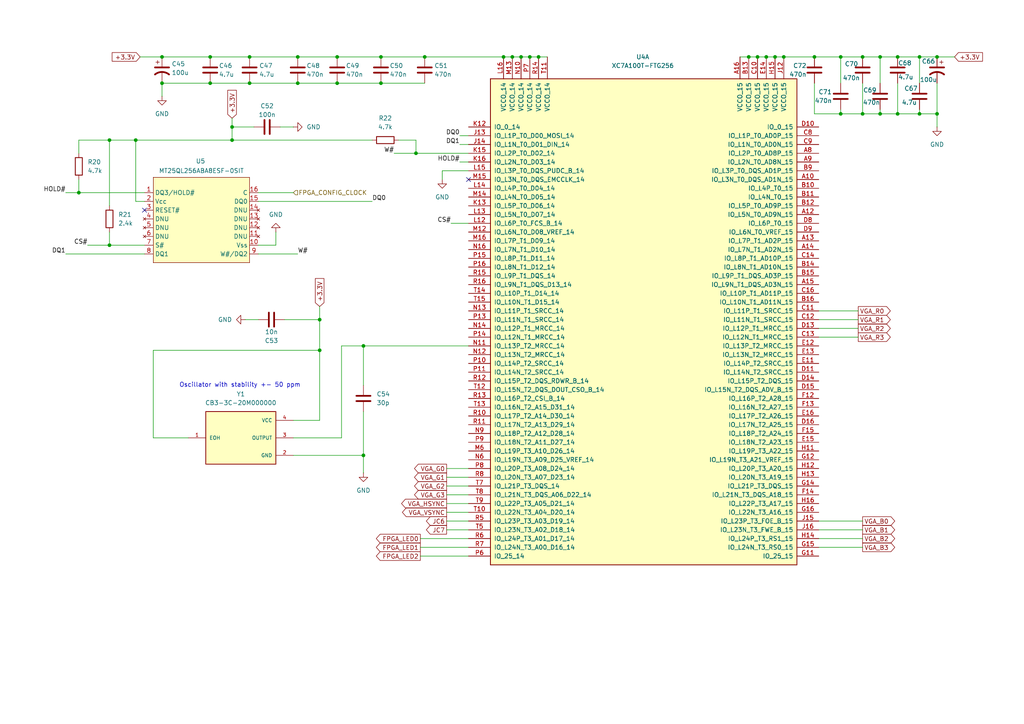
<source format=kicad_sch>
(kicad_sch (version 20231120) (generator "eeschema") (generator_version "8.0")
  (paper "A4")
  (lib_symbols
    (symbol "CB3-3C-20M000000:CB3-3C-20M000000" (pin_names (offset 1.016))
      (property "Reference" "Y" (at -10.16 8.128 0))
      (property "Value" "CB3-3C-20M000000" (at -10.16 -10.16 0))
      (symbol "CB3-3C-20M000000_0_0"
        (rectangle (start -10.16 -7.62) (end 10.16 7.62) (stroke (width 0.254)) (fill (type background)))
        (pin input line (at -15.24 0 0) (length 5.08) (name "EOH") (number "1"))
        (pin power_in line (at 15.24 -5.08 180) (length 5.08) (name "GND") (number "2"))
        (pin output line (at 15.24 0 180) (length 5.08) (name "OUTPUT") (number "3"))
        (pin power_in line (at 15.24 5.08 180) (length 5.08) (name "VCC") (number "4"))
      )
    )
    (symbol "Device:C" (pin_numbers hide) (pin_names (offset 0.254))
      (property "Reference" "C" (at 0.635 2.54 0))
      (property "Value" "C" (at 0.635 -2.54 0))
      (symbol "C_0_1"
        (polyline (pts (xy -2.032 -0.762) (xy 2.032 -0.762)) (stroke (width 0.508)))
        (polyline (pts (xy -2.032 0.762) (xy 2.032 0.762)) (stroke (width 0.508)))
      )
      (symbol "C_1_1"
        (pin passive line (at 0 3.81 270) (length 2.794) (name "~") (number "1"))
        (pin passive line (at 0 -3.81 90) (length 2.794) (name "~") (number "2"))
      )
    )
    (symbol "Device:C_Polarized_US" (pin_numbers hide) (pin_names (offset 0.254) hide)
      (property "Reference" "C" (at 0.635 2.54 0))
      (property "Value" "C_Polarized_US" (at 0.635 -2.54 0))
      (symbol "C_Polarized_US_0_1"
        (polyline (pts (xy -2.032 0.762) (xy 2.032 0.762)) (stroke (width 0.508)))
        (polyline (pts (xy -1.778 2.286) (xy -0.762 2.286)))
        (polyline (pts (xy -1.27 1.778) (xy -1.27 2.794)))
        (arc (start 2.032 -1.27) (mid 0 -0.5572) (end -2.032 -1.27) (stroke (width 0.508)))
      )
      (symbol "C_Polarized_US_1_1"
        (pin passive line (at 0 3.81 270) (length 2.794) (name "~") (number "1"))
        (pin passive line (at 0 -3.81 90) (length 3.302) (name "~") (number "2"))
      )
    )
    (symbol "Device:R" (pin_numbers hide) (pin_names (offset 0))
      (property "Reference" "R" (at 2.032 0 90))
      (property "Value" "R" (at 0 0 90))
      (symbol "R_0_1"
        (rectangle (start -1.016 -2.54) (end 1.016 2.54) (stroke (width 0.254)))
      )
      (symbol "R_1_1"
        (pin passive line (at 0 3.81 270) (length 1.27) (name "~") (number "1"))
        (pin passive line (at 0 -3.81 90) (length 1.27) (name "~") (number "2"))
      )
    )
    (symbol "FPGA_Xilinx_Artix7:XC7A100T-FTG256" (pin_names (offset 1.016))
      (property "Reference" "U" (at 0 1.27 0))
      (property "Value" "XC7A100T-FTG256" (at 0 -1.27 0))
      (symbol "XC7A100T-FTG256_1_1"
        (rectangle (start -44.45 67.31) (end 44.45 -73.66) (stroke (width 0.254)) (fill (type background)))
        (pin bidirectional line (at 50.8 38.1 180) (length 6.35) (name "IO_L3N_T0_DQS_AD1N_15") (number "A10"))
        (pin bidirectional line (at 50.8 27.94 180) (length 6.35) (name "IO_L5N_T0_AD9N_15") (number "A12"))
        (pin bidirectional line (at 50.8 20.32 180) (length 6.35) (name "IO_L7P_T1_AD2P_15") (number "A13"))
        (pin bidirectional line (at 50.8 17.78 180) (length 6.35) (name "IO_L7N_T1_AD2N_15") (number "A14"))
        (pin bidirectional line (at 50.8 7.62 180) (length 6.35) (name "IO_L9N_T1_DQS_AD3N_15") (number "A15"))
        (pin power_in line (at 27.94 73.66 270) (length 6.35) (name "VCCO_15") (number "A16"))
        (pin bidirectional line (at 50.8 45.72 180) (length 6.35) (name "IO_L2P_T0_AD8P_15") (number "A8"))
        (pin bidirectional line (at 50.8 43.18 180) (length 6.35) (name "IO_L2N_T0_AD8N_15") (number "A9"))
        (pin bidirectional line (at 50.8 35.56 180) (length 6.35) (name "IO_L4P_T0_15") (number "B10"))
        (pin bidirectional line (at 50.8 33.02 180) (length 6.35) (name "IO_L4N_T0_15") (number "B11"))
        (pin bidirectional line (at 50.8 30.48 180) (length 6.35) (name "IO_L5P_T0_AD9P_15") (number "B12"))
        (pin power_in line (at 30.48 73.66 270) (length 6.35) (name "VCCO_15") (number "B13"))
        (pin bidirectional line (at 50.8 12.7 180) (length 6.35) (name "IO_L8N_T1_AD10N_15") (number "B14"))
        (pin bidirectional line (at 50.8 10.16 180) (length 6.35) (name "IO_L9P_T1_DQS_AD3P_15") (number "B15"))
        (pin bidirectional line (at 50.8 2.54 180) (length 6.35) (name "IO_L10N_T1_AD11N_15") (number "B16"))
        (pin bidirectional line (at 50.8 40.64 180) (length 6.35) (name "IO_L3P_T0_DQS_AD1P_15") (number "B9"))
        (pin power_in line (at 33.02 73.66 270) (length 6.35) (name "VCCO_15") (number "C10"))
        (pin bidirectional line (at 50.8 0 180) (length 6.35) (name "IO_L11P_T1_SRCC_15") (number "C11"))
        (pin bidirectional line (at 50.8 -2.54 180) (length 6.35) (name "IO_L11N_T1_SRCC_15") (number "C12"))
        (pin bidirectional line (at 50.8 -7.62 180) (length 6.35) (name "IO_L12N_T1_MRCC_15") (number "C13"))
        (pin bidirectional line (at 50.8 15.24 180) (length 6.35) (name "IO_L8P_T1_AD10P_15") (number "C14"))
        (pin bidirectional line (at 50.8 5.08 180) (length 6.35) (name "IO_L10P_T1_AD11P_15") (number "C16"))
        (pin bidirectional line (at 50.8 50.8 180) (length 6.35) (name "IO_L1P_T0_AD0P_15") (number "C8"))
        (pin bidirectional line (at 50.8 48.26 180) (length 6.35) (name "IO_L1N_T0_AD0N_15") (number "C9"))
        (pin bidirectional line (at 50.8 53.34 180) (length 6.35) (name "IO_0_15") (number "D10"))
        (pin bidirectional line (at 50.8 -17.78 180) (length 6.35) (name "IO_L14N_T2_SRCC_15") (number "D11"))
        (pin bidirectional line (at 50.8 -5.08 180) (length 6.35) (name "IO_L12P_T1_MRCC_15") (number "D13"))
        (pin bidirectional line (at 50.8 -20.32 180) (length 6.35) (name "IO_L15P_T2_DQS_15") (number "D14"))
        (pin bidirectional line (at 50.8 -22.86 180) (length 6.35) (name "IO_L15N_T2_DQS_ADV_B_15") (number "D15"))
        (pin bidirectional line (at 50.8 -33.02 180) (length 6.35) (name "IO_L17N_T2_A25_15") (number "D16"))
        (pin bidirectional line (at 50.8 25.4 180) (length 6.35) (name "IO_L6P_T0_15") (number "D8"))
        (pin bidirectional line (at 50.8 22.86 180) (length 6.35) (name "IO_L6N_T0_VREF_15") (number "D9"))
        (pin bidirectional line (at 50.8 -15.24 180) (length 6.35) (name "IO_L14P_T2_SRCC_15") (number "E11"))
        (pin bidirectional line (at 50.8 -10.16 180) (length 6.35) (name "IO_L13P_T2_MRCC_15") (number "E12"))
        (pin bidirectional line (at 50.8 -12.7 180) (length 6.35) (name "IO_L13N_T2_MRCC_15") (number "E13"))
        (pin power_in line (at 35.56 73.66 270) (length 6.35) (name "VCCO_15") (number "E14"))
        (pin bidirectional line (at 50.8 -38.1 180) (length 6.35) (name "IO_L18N_T2_A23_15") (number "E15"))
        (pin bidirectional line (at 50.8 -30.48 180) (length 6.35) (name "IO_L17P_T2_A26_15") (number "E16"))
        (pin bidirectional line (at 50.8 -25.4 180) (length 6.35) (name "IO_L16P_T2_A28_15") (number "F12"))
        (pin bidirectional line (at 50.8 -27.94 180) (length 6.35) (name "IO_L16N_T2_A27_15") (number "F13"))
        (pin bidirectional line (at 50.8 -53.34 180) (length 6.35) (name "IO_L21N_T3_DQS_A18_15") (number "F14"))
        (pin bidirectional line (at 50.8 -35.56 180) (length 6.35) (name "IO_L18P_T2_A24_15") (number "F15"))
        (pin bidirectional line (at 50.8 -71.12 180) (length 6.35) (name "IO_25_15") (number "G11"))
        (pin bidirectional line (at 50.8 -43.18 180) (length 6.35) (name "IO_L19N_T3_A21_VREF_15") (number "G12"))
        (pin bidirectional line (at 50.8 -50.8 180) (length 6.35) (name "IO_L21P_T3_DQS_15") (number "G14"))
        (pin bidirectional line (at 50.8 -68.58 180) (length 6.35) (name "IO_L24N_T3_RS0_15") (number "G15"))
        (pin bidirectional line (at 50.8 -58.42 180) (length 6.35) (name "IO_L22N_T3_A16_15") (number "G16"))
        (pin bidirectional line (at 50.8 -40.64 180) (length 6.35) (name "IO_L19P_T3_A22_15") (number "H11"))
        (pin bidirectional line (at 50.8 -45.72 180) (length 6.35) (name "IO_L20P_T3_A20_15") (number "H12"))
        (pin bidirectional line (at 50.8 -48.26 180) (length 6.35) (name "IO_L20N_T3_A19_15") (number "H13"))
        (pin bidirectional line (at 50.8 -66.04 180) (length 6.35) (name "IO_L24P_T3_RS1_15") (number "H14"))
        (pin power_in line (at 38.1 73.66 270) (length 6.35) (name "VCCO_15") (number "H15"))
        (pin bidirectional line (at 50.8 -55.88 180) (length 6.35) (name "IO_L22P_T3_A17_15") (number "H16"))
        (pin power_in line (at 40.64 73.66 270) (length 6.35) (name "VCCO_15") (number "J12"))
        (pin bidirectional line (at -50.8 50.8 0) (length 6.35) (name "IO_L1P_T0_D00_MOSI_14") (number "J13"))
        (pin bidirectional line (at -50.8 48.26 0) (length 6.35) (name "IO_L1N_T0_D01_DIN_14") (number "J14"))
        (pin bidirectional line (at 50.8 -60.96 180) (length 6.35) (name "IO_L23P_T3_FOE_B_15") (number "J15"))
        (pin bidirectional line (at 50.8 -63.5 180) (length 6.35) (name "IO_L23N_T3_FWE_B_15") (number "J16"))
        (pin bidirectional line (at -50.8 53.34 0) (length 6.35) (name "IO_0_14") (number "K12"))
        (pin bidirectional line (at -50.8 30.48 0) (length 6.35) (name "IO_L5P_T0_D06_14") (number "K13"))
        (pin bidirectional line (at -50.8 45.72 0) (length 6.35) (name "IO_L2P_T0_D02_14") (number "K15"))
        (pin bidirectional line (at -50.8 43.18 0) (length 6.35) (name "IO_L2N_T0_D03_14") (number "K16"))
        (pin bidirectional line (at -50.8 25.4 0) (length 6.35) (name "IO_L6P_T0_FCS_B_14") (number "L12"))
        (pin bidirectional line (at -50.8 27.94 0) (length 6.35) (name "IO_L5N_T0_D07_14") (number "L13"))
        (pin bidirectional line (at -50.8 35.56 0) (length 6.35) (name "IO_L4P_T0_D04_14") (number "L14"))
        (pin bidirectional line (at -50.8 40.64 0) (length 6.35) (name "IO_L3P_T0_DQS_PUDC_B_14") (number "L15"))
        (pin power_in line (at -40.64 73.66 270) (length 6.35) (name "VCCO_14") (number "L16"))
        (pin bidirectional line (at -50.8 22.86 0) (length 6.35) (name "IO_L6N_T0_D08_VREF_14") (number "M12"))
        (pin power_in line (at -38.1 73.66 270) (length 6.35) (name "VCCO_14") (number "M13"))
        (pin bidirectional line (at -50.8 33.02 0) (length 6.35) (name "IO_L4N_T0_D05_14") (number "M14"))
        (pin bidirectional line (at -50.8 38.1 0) (length 6.35) (name "IO_L3N_T0_DQS_EMCCLK_14") (number "M15"))
        (pin bidirectional line (at -50.8 20.32 0) (length 6.35) (name "IO_L7P_T1_D09_14") (number "M16"))
        (pin bidirectional line (at -50.8 -40.64 0) (length 6.35) (name "IO_L19P_T3_A10_D26_14") (number "M6"))
        (pin power_in line (at -35.56 73.66 270) (length 6.35) (name "VCCO_14") (number "N10"))
        (pin bidirectional line (at -50.8 -10.16 0) (length 6.35) (name "IO_L13P_T2_MRCC_14") (number "N11"))
        (pin bidirectional line (at -50.8 -12.7 0) (length 6.35) (name "IO_L13N_T2_MRCC_14") (number "N12"))
        (pin bidirectional line (at -50.8 0 0) (length 6.35) (name "IO_L11P_T1_SRCC_14") (number "N13"))
        (pin bidirectional line (at -50.8 -5.08 0) (length 6.35) (name "IO_L12P_T1_MRCC_14") (number "N14"))
        (pin bidirectional line (at -50.8 17.78 0) (length 6.35) (name "IO_L7N_T1_D10_14") (number "N16"))
        (pin bidirectional line (at -50.8 -43.18 0) (length 6.35) (name "IO_L19N_T3_A09_D25_VREF_14") (number "N6"))
        (pin bidirectional line (at -50.8 -35.56 0) (length 6.35) (name "IO_L18P_T2_A12_D28_14") (number "N9"))
        (pin bidirectional line (at -50.8 -15.24 0) (length 6.35) (name "IO_L14P_T2_SRCC_14") (number "P10"))
        (pin bidirectional line (at -50.8 -17.78 0) (length 6.35) (name "IO_L14N_T2_SRCC_14") (number "P11"))
        (pin bidirectional line (at -50.8 -2.54 0) (length 6.35) (name "IO_L11N_T1_SRCC_14") (number "P13"))
        (pin bidirectional line (at -50.8 -7.62 0) (length 6.35) (name "IO_L12N_T1_MRCC_14") (number "P14"))
        (pin bidirectional line (at -50.8 15.24 0) (length 6.35) (name "IO_L8P_T1_D11_14") (number "P15"))
        (pin bidirectional line (at -50.8 12.7 0) (length 6.35) (name "IO_L8N_T1_D12_14") (number "P16"))
        (pin bidirectional line (at -50.8 -71.12 0) (length 6.35) (name "IO_25_14") (number "P6"))
        (pin power_in line (at -33.02 73.66 270) (length 6.35) (name "VCCO_14") (number "P7"))
        (pin bidirectional line (at -50.8 -45.72 0) (length 6.35) (name "IO_L20P_T3_A08_D24_14") (number "P8"))
        (pin bidirectional line (at -50.8 -38.1 0) (length 6.35) (name "IO_L18N_T2_A11_D27_14") (number "P9"))
        (pin bidirectional line (at -50.8 -30.48 0) (length 6.35) (name "IO_L17P_T2_A14_D30_14") (number "R10"))
        (pin bidirectional line (at -50.8 -33.02 0) (length 6.35) (name "IO_L17N_T2_A13_D29_14") (number "R11"))
        (pin bidirectional line (at -50.8 -20.32 0) (length 6.35) (name "IO_L15P_T2_DQS_RDWR_B_14") (number "R12"))
        (pin bidirectional line (at -50.8 -25.4 0) (length 6.35) (name "IO_L16P_T2_CSI_B_14") (number "R13"))
        (pin power_in line (at -30.48 73.66 270) (length 6.35) (name "VCCO_14") (number "R14"))
        (pin bidirectional line (at -50.8 10.16 0) (length 6.35) (name "IO_L9P_T1_DQS_14") (number "R15"))
        (pin bidirectional line (at -50.8 7.62 0) (length 6.35) (name "IO_L9N_T1_DQS_D13_14") (number "R16"))
        (pin bidirectional line (at -50.8 -60.96 0) (length 6.35) (name "IO_L23P_T3_A03_D19_14") (number "R5"))
        (pin bidirectional line (at -50.8 -66.04 0) (length 6.35) (name "IO_L24P_T3_A01_D17_14") (number "R6"))
        (pin bidirectional line (at -50.8 -68.58 0) (length 6.35) (name "IO_L24N_T3_A00_D16_14") (number "R7"))
        (pin bidirectional line (at -50.8 -48.26 0) (length 6.35) (name "IO_L20N_T3_A07_D23_14") (number "R8"))
        (pin bidirectional line (at -50.8 -58.42 0) (length 6.35) (name "IO_L22N_T3_A04_D20_14") (number "T10"))
        (pin power_in line (at -27.94 73.66 270) (length 6.35) (name "VCCO_14") (number "T11"))
        (pin bidirectional line (at -50.8 -22.86 0) (length 6.35) (name "IO_L15N_T2_DQS_DOUT_CSO_B_14") (number "T12"))
        (pin bidirectional line (at -50.8 -27.94 0) (length 6.35) (name "IO_L16N_T2_A15_D31_14") (number "T13"))
        (pin bidirectional line (at -50.8 5.08 0) (length 6.35) (name "IO_L10P_T1_D14_14") (number "T14"))
        (pin bidirectional line (at -50.8 2.54 0) (length 6.35) (name "IO_L10N_T1_D15_14") (number "T15"))
        (pin bidirectional line (at -50.8 -63.5 0) (length 6.35) (name "IO_L23N_T3_A02_D18_14") (number "T5"))
        (pin bidirectional line (at -50.8 -50.8 0) (length 6.35) (name "IO_L21P_T3_DQS_14") (number "T7"))
        (pin bidirectional line (at -50.8 -53.34 0) (length 6.35) (name "IO_L21N_T3_DQS_A06_D22_14") (number "T8"))
        (pin bidirectional line (at -50.8 -55.88 0) (length 6.35) (name "IO_L22P_T3_A05_D21_14") (number "T9"))
      )
      (symbol "XC7A100T-FTG256_2_1"
        (rectangle (start -44.45 67.31) (end 44.45 -73.66) (stroke (width 0.254)) (fill (type background)))
        (pin bidirectional line (at 50.8 12.7 180) (length 6.35) (name "IO_L8N_T1_AD14N_35") (number "A2"))
        (pin bidirectional line (at 50.8 33.02 180) (length 6.35) (name "IO_L4N_T0_35") (number "A3"))
        (pin bidirectional line (at 50.8 38.1 180) (length 6.35) (name "IO_L3N_T0_DQS_AD5N_35") (number "A4"))
        (pin bidirectional line (at 50.8 40.64 180) (length 6.35) (name "IO_L3P_T0_DQS_AD5P_35") (number "A5"))
        (pin power_in line (at 27.94 73.66 270) (length 6.35) (name "VCCO_35") (number "A6"))
        (pin bidirectional line (at 50.8 48.26 180) (length 6.35) (name "IO_L1N_T0_AD4N_35") (number "A7"))
        (pin bidirectional line (at 50.8 7.62 180) (length 6.35) (name "IO_L9N_T1_DQS_AD7N_35") (number "B1"))
        (pin bidirectional line (at 50.8 15.24 180) (length 6.35) (name "IO_L8P_T1_AD14P_35") (number "B2"))
        (pin power_in line (at 30.48 73.66 270) (length 6.35) (name "VCCO_35") (number "B3"))
        (pin bidirectional line (at 50.8 35.56 180) (length 6.35) (name "IO_L4P_T0_35") (number "B4"))
        (pin bidirectional line (at 50.8 43.18 180) (length 6.35) (name "IO_L2N_T0_AD12N_35") (number "B5"))
        (pin bidirectional line (at 50.8 45.72 180) (length 6.35) (name "IO_L2P_T0_AD12P_35") (number "B6"))
        (pin bidirectional line (at 50.8 50.8 180) (length 6.35) (name "IO_L1P_T0_AD4P_35") (number "B7"))
        (pin bidirectional line (at 50.8 10.16 180) (length 6.35) (name "IO_L9P_T1_DQS_AD7P_35") (number "C1"))
        (pin bidirectional line (at 50.8 17.78 180) (length 6.35) (name "IO_L7N_T1_AD6N_35") (number "C2"))
        (pin bidirectional line (at 50.8 20.32 180) (length 6.35) (name "IO_L7P_T1_AD6P_35") (number "C3"))
        (pin bidirectional line (at 50.8 -7.62 180) (length 6.35) (name "IO_L12N_T1_MRCC_35") (number "C4"))
        (pin bidirectional line (at 50.8 27.94 180) (length 6.35) (name "IO_L5N_T0_AD13N_35") (number "C6"))
        (pin bidirectional line (at 50.8 30.48 180) (length 6.35) (name "IO_L5P_T0_AD13P_35") (number "C7"))
        (pin bidirectional line (at 50.8 2.54 180) (length 6.35) (name "IO_L10N_T1_AD15N_35") (number "D1"))
        (pin bidirectional line (at 50.8 -2.54 180) (length 6.35) (name "IO_L11N_T1_SRCC_35") (number "D3"))
        (pin bidirectional line (at 50.8 -5.08 180) (length 6.35) (name "IO_L12P_T1_MRCC_35") (number "D4"))
        (pin bidirectional line (at 50.8 22.86 180) (length 6.35) (name "IO_L6N_T0_VREF_35") (number "D5"))
        (pin bidirectional line (at 50.8 25.4 180) (length 6.35) (name "IO_L6P_T0_35") (number "D6"))
        (pin power_in line (at 33.02 73.66 270) (length 6.35) (name "VCCO_35") (number "D7"))
        (pin bidirectional line (at 50.8 -22.86 180) (length 6.35) (name "IO_L15N_T2_DQS_35") (number "E1"))
        (pin bidirectional line (at 50.8 5.08 180) (length 6.35) (name "IO_L10P_T1_AD15P_35") (number "E2"))
        (pin bidirectional line (at 50.8 0 180) (length 6.35) (name "IO_L11P_T1_SRCC_35") (number "E3"))
        (pin power_in line (at 35.56 73.66 270) (length 6.35) (name "VCCO_35") (number "E4"))
        (pin bidirectional line (at 50.8 -12.7 180) (length 6.35) (name "IO_L13N_T2_MRCC_35") (number "E5"))
        (pin bidirectional line (at 50.8 53.34 180) (length 6.35) (name "IO_0_35") (number "E6"))
        (pin power_in line (at 38.1 73.66 270) (length 6.35) (name "VCCO_35") (number "F1"))
        (pin bidirectional line (at 50.8 -20.32 180) (length 6.35) (name "IO_L15P_T2_DQS_35") (number "F2"))
        (pin bidirectional line (at 50.8 -17.78 180) (length 6.35) (name "IO_L14N_T2_SRCC_35") (number "F3"))
        (pin bidirectional line (at 50.8 -15.24 180) (length 6.35) (name "IO_L14P_T2_SRCC_35") (number "F4"))
        (pin bidirectional line (at 50.8 -10.16 180) (length 6.35) (name "IO_L13P_T2_MRCC_35") (number "F5"))
        (pin bidirectional line (at 50.8 -33.02 180) (length 6.35) (name "IO_L17N_T2_35") (number "G1"))
        (pin bidirectional line (at 50.8 -30.48 180) (length 6.35) (name "IO_L17P_T2_35") (number "G2"))
        (pin bidirectional line (at 50.8 -27.94 180) (length 6.35) (name "IO_L16N_T2_35") (number "G4"))
        (pin bidirectional line (at 50.8 -25.4 180) (length 6.35) (name "IO_L16P_T2_35") (number "G5"))
        (pin bidirectional line (at 50.8 -48.26 180) (length 6.35) (name "IO_L20N_T3_35") (number "H1"))
        (pin bidirectional line (at 50.8 -45.72 180) (length 6.35) (name "IO_L20P_T3_35") (number "H2"))
        (pin bidirectional line (at 50.8 -53.34 180) (length 6.35) (name "IO_L21N_T3_DQS_35") (number "H3"))
        (pin bidirectional line (at 50.8 -38.1 180) (length 6.35) (name "IO_L18N_T2_35") (number "H4"))
        (pin bidirectional line (at 50.8 -35.56 180) (length 6.35) (name "IO_L18P_T2_35") (number "H5"))
        (pin bidirectional line (at 50.8 -58.42 180) (length 6.35) (name "IO_L22N_T3_35") (number "J1"))
        (pin power_in line (at 40.64 73.66 270) (length 6.35) (name "VCCO_35") (number "J2"))
        (pin bidirectional line (at 50.8 -50.8 180) (length 6.35) (name "IO_L21P_T3_DQS_35") (number "J3"))
        (pin bidirectional line (at 50.8 -43.18 180) (length 6.35) (name "IO_L19N_T3_VREF_35") (number "J4"))
        (pin bidirectional line (at 50.8 -40.64 180) (length 6.35) (name "IO_L19P_T3_35") (number "J5"))
        (pin bidirectional line (at 50.8 -55.88 180) (length 6.35) (name "IO_L22P_T3_35") (number "K1"))
        (pin bidirectional line (at 50.8 -68.58 180) (length 6.35) (name "IO_L24N_T3_35") (number "K2"))
        (pin bidirectional line (at 50.8 -66.04 180) (length 6.35) (name "IO_L24P_T3_35") (number "K3"))
        (pin bidirectional line (at 50.8 -71.12 180) (length 6.35) (name "IO_25_35") (number "K5"))
        (pin bidirectional line (at 50.8 -63.5 180) (length 6.35) (name "IO_L23N_T3_35") (number "L2"))
        (pin bidirectional line (at 50.8 -60.96 180) (length 6.35) (name "IO_L23P_T3_35") (number "L3"))
        (pin bidirectional line (at -50.8 50.8 0) (length 6.35) (name "IO_L1P_T0_34") (number "L4"))
        (pin bidirectional line (at -50.8 53.34 0) (length 6.35) (name "IO_0_34") (number "L5"))
        (pin bidirectional line (at -50.8 43.18 0) (length 6.35) (name "IO_L2N_T0_34") (number "M1"))
        (pin bidirectional line (at -50.8 45.72 0) (length 6.35) (name "IO_L2P_T0_34") (number "M2"))
        (pin power_in line (at -40.64 73.66 270) (length 6.35) (name "VCCO_34") (number "M3"))
        (pin bidirectional line (at -50.8 48.26 0) (length 6.35) (name "IO_L1N_T0_34") (number "M4"))
        (pin bidirectional line (at -50.8 25.4 0) (length 6.35) (name "IO_L6P_T0_34") (number "M5"))
        (pin bidirectional line (at -50.8 35.56 0) (length 6.35) (name "IO_L4P_T0_34") (number "N1"))
        (pin bidirectional line (at -50.8 38.1 0) (length 6.35) (name "IO_L3N_T0_DQS_34") (number "N2"))
        (pin bidirectional line (at -50.8 40.64 0) (length 6.35) (name "IO_L3P_T0_DQS_34") (number "N3"))
        (pin bidirectional line (at -50.8 22.86 0) (length 6.35) (name "IO_L6N_T0_VREF_34") (number "N4"))
        (pin bidirectional line (at -50.8 33.02 0) (length 6.35) (name "IO_L4N_T0_34") (number "P1"))
        (pin bidirectional line (at -50.8 27.94 0) (length 6.35) (name "IO_L5N_T0_34") (number "P3"))
        (pin bidirectional line (at -50.8 30.48 0) (length 6.35) (name "IO_L5P_T0_34") (number "P4"))
        (pin bidirectional line (at -50.8 5.08 0) (length 6.35) (name "IO_L10P_T1_34") (number "P5"))
        (pin bidirectional line (at -50.8 17.78 0) (length 6.35) (name "IO_L7N_T1_34") (number "R1"))
        (pin bidirectional line (at -50.8 20.32 0) (length 6.35) (name "IO_L7P_T1_34") (number "R2"))
        (pin bidirectional line (at -50.8 15.24 0) (length 6.35) (name "IO_L8P_T1_34") (number "R3"))
        (pin power_in line (at -38.1 73.66 270) (length 6.35) (name "VCCO_34") (number "R4"))
        (pin power_in line (at -35.56 73.66 270) (length 6.35) (name "VCCO_34") (number "T1"))
        (pin bidirectional line (at -50.8 12.7 0) (length 6.35) (name "IO_L8N_T1_34") (number "T2"))
        (pin bidirectional line (at -50.8 7.62 0) (length 6.35) (name "IO_L9N_T1_DQS_34") (number "T3"))
        (pin bidirectional line (at -50.8 10.16 0) (length 6.35) (name "IO_L9P_T1_DQS_34") (number "T4"))
      )
      (symbol "XC7A100T-FTG256_3_1"
        (rectangle (start -31.75 34.29) (end 31.75 -40.64) (stroke (width 0.254)) (fill (type background)))
        (pin bidirectional line (at 38.1 -15.24 180) (length 6.35) (name "CFGBVS_0") (number "E7"))
        (pin bidirectional line (at 38.1 7.62 180) (length 6.35) (name "CCLK_0") (number "E8"))
        (pin bidirectional line (at 38.1 -5.08 180) (length 6.35) (name "DONE_0") (number "H10"))
        (pin bidirectional line (at 38.1 -30.48 180) (length 6.35) (name "VREFN_0") (number "H7"))
        (pin bidirectional line (at 38.1 -20.32 180) (length 6.35) (name "VP_0") (number "H8"))
        (pin bidirectional line (at 38.1 -22.86 180) (length 6.35) (name "VN_0") (number "J7"))
        (pin bidirectional line (at 38.1 -27.94 180) (length 6.35) (name "VREFP_0") (number "J8"))
        (pin bidirectional line (at 38.1 -7.62 180) (length 6.35) (name "INIT_B_0") (number "K10"))
        (pin bidirectional line (at 38.1 -38.1 180) (length 6.35) (name "DXN_0") (number "K7"))
        (pin bidirectional line (at 38.1 -35.56 180) (length 6.35) (name "DXP_0") (number "K8"))
        (pin power_in line (at 27.94 40.64 270) (length 6.35) (name "VCCO_0") (number "L6"))
        (pin bidirectional line (at 38.1 12.7 180) (length 6.35) (name "TCK_0") (number "L7"))
        (pin bidirectional line (at 38.1 -10.16 180) (length 6.35) (name "PROGRAM_B_0") (number "L9"))
        (pin bidirectional line (at 38.1 2.54 180) (length 6.35) (name "M1_0") (number "M10"))
        (pin bidirectional line (at 38.1 0 180) (length 6.35) (name "M2_0") (number "M11"))
        (pin bidirectional line (at 38.1 15.24 180) (length 6.35) (name "TMS_0") (number "M7"))
        (pin bidirectional line (at 38.1 5.08 180) (length 6.35) (name "M0_0") (number "M9"))
        (pin bidirectional line (at 38.1 20.32 180) (length 6.35) (name "TDI_0") (number "N7"))
        (pin bidirectional line (at 38.1 17.78 180) (length 6.35) (name "TDO_0") (number "N8"))
      )
      (symbol "XC7A100T-FTG256_4_1"
        (rectangle (start -19.05 35.56) (end 19.05 -35.56) (stroke (width 0.254)) (fill (type background)))
        (pin power_in line (at -25.4 2.54 0) (length 6.35) (name "GND") (number "A1"))
        (pin power_in line (at -25.4 0 0) (length 6.35) (name "GND") (number "A11"))
        (pin power_in line (at -25.4 -2.54 0) (length 6.35) (name "GND") (number "B8"))
        (pin power_in line (at -25.4 -7.62 0) (length 6.35) (name "GND") (number "C15"))
        (pin power_in line (at -25.4 -5.08 0) (length 6.35) (name "GND") (number "C5"))
        (pin power_in line (at -25.4 -12.7 0) (length 6.35) (name "GND") (number "D12"))
        (pin power_in line (at -25.4 -10.16 0) (length 6.35) (name "GND") (number "D2"))
        (pin power_in line (at -25.4 12.7 0) (length 6.35) (name "VCCBRAM") (number "E10"))
        (pin power_in line (at -25.4 -15.24 0) (length 6.35) (name "GND") (number "E9"))
        (pin power_in line (at -25.4 -20.32 0) (length 6.35) (name "GND") (number "F10"))
        (pin power_in line (at -25.4 10.16 0) (length 6.35) (name "VCCBRAM") (number "F11"))
        (pin power_in line (at -25.4 -22.86 0) (length 6.35) (name "GND") (number "F16"))
        (pin power_in line (at -25.4 -17.78 0) (length 6.35) (name "GND") (number "F6"))
        (pin power_in line (at 25.4 33.02 180) (length 6.35) (name "VCCINT") (number "F7"))
        (pin power_in line (at -25.4 15.24 0) (length 6.35) (name "VCCBATT_0") (number "F8"))
        (pin power_in line (at 25.4 30.48 180) (length 6.35) (name "VCCINT") (number "F9"))
        (pin power_in line (at -25.4 33.02 0) (length 6.35) (name "VCCAUX") (number "G10"))
        (pin power_in line (at -25.4 -30.48 0) (length 6.35) (name "GND") (number "G13"))
        (pin power_in line (at -25.4 -25.4 0) (length 6.35) (name "GND") (number "G3"))
        (pin power_in line (at 25.4 27.94 180) (length 6.35) (name "VCCINT") (number "G6"))
        (pin power_in line (at -25.4 20.32 0) (length 6.35) (name "GNDADC_0") (number "G7"))
        (pin power_in line (at -25.4 17.78 0) (length 6.35) (name "VCCADC_0") (number "G8"))
        (pin power_in line (at -25.4 -27.94 0) (length 6.35) (name "GND") (number "G9"))
        (pin power_in line (at -25.4 -33.02 0) (length 6.35) (name "GND") (number "H6"))
        (pin power_in line (at 25.4 25.4 180) (length 6.35) (name "VCCINT") (number "H9"))
        (pin power_in line (at -25.4 30.48 0) (length 6.35) (name "VCCAUX") (number "J10"))
        (pin power_in line (at 25.4 0 180) (length 6.35) (name "GND") (number "J11"))
        (pin power_in line (at 25.4 22.86 180) (length 6.35) (name "VCCINT") (number "J6"))
        (pin power_in line (at 25.4 2.54 180) (length 6.35) (name "GND") (number "J9"))
        (pin power_in line (at -25.4 27.94 0) (length 6.35) (name "VCCAUX") (number "K11"))
        (pin power_in line (at 25.4 -7.62 180) (length 6.35) (name "GND") (number "K14"))
        (pin power_in line (at 25.4 -2.54 180) (length 6.35) (name "GND") (number "K4"))
        (pin power_in line (at 25.4 -5.08 180) (length 6.35) (name "GND") (number "K6"))
        (pin power_in line (at 25.4 20.32 180) (length 6.35) (name "VCCINT") (number "K9"))
        (pin power_in line (at 25.4 -10.16 180) (length 6.35) (name "GND") (number "L1"))
        (pin power_in line (at -25.4 25.4 0) (length 6.35) (name "VCCAUX") (number "L10"))
        (pin power_in line (at 25.4 -12.7 180) (length 6.35) (name "GND") (number "L11"))
        (pin power_in line (at 25.4 17.78 180) (length 6.35) (name "VCCINT") (number "L8"))
        (pin power_in line (at 25.4 -15.24 180) (length 6.35) (name "GND") (number "M8"))
        (pin power_in line (at 25.4 -20.32 180) (length 6.35) (name "GND") (number "N15"))
        (pin power_in line (at 25.4 -17.78 180) (length 6.35) (name "GND") (number "N5"))
        (pin power_in line (at 25.4 -25.4 180) (length 6.35) (name "GND") (number "P12"))
        (pin power_in line (at 25.4 -22.86 180) (length 6.35) (name "GND") (number "P2"))
        (pin power_in line (at 25.4 -27.94 180) (length 6.35) (name "GND") (number "R9"))
        (pin power_in line (at 25.4 -33.02 180) (length 6.35) (name "GND") (number "T16"))
        (pin power_in line (at 25.4 -30.48 180) (length 6.35) (name "GND") (number "T6"))
      )
    )
    (symbol "MicroHardLibrary:MT25QL256ABA8ESF-0SIT"
      (property "Reference" "U" (at 0 7.62 0))
      (symbol "MT25QL256ABA8ESF-0SIT_1_1"
        (rectangle (start -13.97 4.445) (end 13.97 -20.32) (fill (type background)))
        (pin input line (at -16.51 0 0) (length 2.54) (name "DQ3/HOLD#") (number "1"))
        (pin passive line (at 16.51 -15.24 180) (length 2.54) (name "Vss") (number "10"))
        (pin no_connect line (at 16.51 -12.7 180) (length 2.54) (name "DNU") (number "11"))
        (pin no_connect line (at 16.51 -10.16 180) (length 2.54) (name "DNU") (number "12"))
        (pin no_connect line (at 16.51 -7.62 180) (length 2.54) (name "DNU") (number "13"))
        (pin no_connect line (at 16.51 -5.08 180) (length 2.54) (name "DNU") (number "14"))
        (pin bidirectional line (at 16.51 -2.54 180) (length 2.54) (name "DQ0") (number "15"))
        (pin input line (at 16.51 0 180) (length 2.54) (name "C") (number "16"))
        (pin power_in line (at -16.51 -2.54 0) (length 2.54) (name "Vcc") (number "2"))
        (pin input line (at -16.51 -5.08 0) (length 2.54) (name "RESET#") (number "3"))
        (pin no_connect line (at -16.51 -7.62 0) (length 2.54) (name "DNU") (number "4"))
        (pin no_connect line (at -16.51 -10.16 0) (length 2.54) (name "DNU") (number "5"))
        (pin no_connect line (at -16.51 -12.7 0) (length 2.54) (name "DNU") (number "6"))
        (pin input line (at -16.51 -15.24 0) (length 2.54) (name "S#") (number "7"))
        (pin bidirectional line (at -16.51 -17.78 0) (length 2.54) (name "DQ1") (number "8"))
        (pin input line (at 16.51 -17.78 180) (length 2.54) (name "W#/DQ2") (number "9"))
      )
    )
    (symbol "power:GND" (power) (pin_numbers hide) (pin_names (offset 0) hide)
      (property "Value" "GND" (at 0 -3.81 0))
      (symbol "GND_0_1"
        (polyline (pts (xy 0 0) (xy 0 -1.27) (xy 1.27 -1.27) (xy 0 -2.54) (xy -1.27 -1.27) (xy 0 -1.27)))
      )
      (symbol "GND_1_1"
        (pin power_in line (at 0 0 270) (length 0) (name "~") (number "1"))
      )
    )
  )
  (junction (at 97.79 24.13))
  (junction (at 92.71 101.6))
  (junction (at 39.37 40.64))
  (junction (at 250.19 33.02))
  (junction (at 227.33 16.51))
  (junction (at 156.21 16.51))
  (junction (at 153.67 16.51))
  (junction (at 255.27 16.51))
  (junction (at 260.35 16.51))
  (junction (at 105.41 132.08))
  (junction (at 86.36 24.13))
  (junction (at 92.71 92.71))
  (junction (at 243.84 33.02))
  (junction (at 110.49 24.13))
  (junction (at 271.78 16.51))
  (junction (at 72.39 16.51))
  (junction (at 250.19 16.51))
  (junction (at 219.71 16.51))
  (junction (at 86.36 16.51))
  (junction (at 236.22 16.51))
  (junction (at 255.27 33.02))
  (junction (at 271.78 33.02))
  (junction (at 224.79 16.51))
  (junction (at 97.79 16.51))
  (junction (at 260.35 33.02))
  (junction (at 67.31 40.64))
  (junction (at 243.84 16.51))
  (junction (at 217.17 16.51))
  (junction (at 266.7 16.51))
  (junction (at 266.7 33.02))
  (junction (at 146.05 16.51))
  (junction (at 222.25 16.51))
  (junction (at 60.96 16.51))
  (junction (at 46.99 24.13))
  (junction (at 105.41 100.33))
  (junction (at 22.86 55.88))
  (junction (at 148.59 16.51))
  (junction (at 31.75 71.12))
  (junction (at 151.13 16.51))
  (junction (at 110.49 16.51))
  (junction (at 67.31 36.83))
  (junction (at 72.39 24.13))
  (junction (at 46.99 16.51))
  (junction (at 31.75 40.64))
  (junction (at 123.19 16.51))
  (junction (at 60.96 24.13))
  (junction (at 120.65 44.45))
  (no_connect (at 135.89 52.07))
  (no_connect (at 41.91 60.96))
  (wire (pts (xy 120.65 44.45) (xy 135.89 44.45)))
  (wire (pts (xy 22.86 52.07) (xy 22.86 55.88)))
  (wire (pts (xy 99.06 100.33) (xy 105.41 100.33)))
  (wire (pts (xy 22.86 55.88) (xy 41.91 55.88)))
  (wire (pts (xy 74.93 92.71) (xy 71.12 92.71)))
  (wire (pts (xy 31.75 40.64) (xy 31.75 59.69)))
  (wire (pts (xy 266.7 16.51) (xy 266.7 24.13)))
  (wire (pts (xy 133.35 46.99) (xy 135.89 46.99)))
  (wire (pts (xy 121.92 161.29) (xy 135.89 161.29)))
  (wire (pts (xy 250.19 33.02) (xy 255.27 33.02)))
  (wire (pts (xy 243.84 16.51) (xy 250.19 16.51)))
  (wire (pts (xy 243.84 24.13) (xy 243.84 16.51)))
  (wire (pts (xy 92.71 121.92) (xy 85.09 121.92)))
  (wire (pts (xy 129.54 151.13) (xy 135.89 151.13)))
  (wire (pts (xy 44.45 127) (xy 54.61 127)))
  (wire (pts (xy 237.49 97.79) (xy 248.92 97.79)))
  (wire (pts (xy 92.71 101.6) (xy 44.45 101.6)))
  (wire (pts (xy 105.41 119.38) (xy 105.41 132.08)))
  (wire (pts (xy 129.54 146.05) (xy 135.89 146.05)))
  (wire (pts (xy 97.79 16.51) (xy 110.49 16.51)))
  (wire (pts (xy 46.99 24.13) (xy 46.99 27.94)))
  (wire (pts (xy 237.49 158.75) (xy 250.19 158.75)))
  (wire (pts (xy 120.65 40.64) (xy 120.65 44.45)))
  (wire (pts (xy 129.54 153.67) (xy 135.89 153.67)))
  (wire (pts (xy 114.3 44.45) (xy 120.65 44.45)))
  (wire (pts (xy 224.79 16.51) (xy 227.33 16.51)))
  (wire (pts (xy 22.86 40.64) (xy 22.86 44.45)))
  (wire (pts (xy 260.35 33.02) (xy 266.7 33.02)))
  (wire (pts (xy 158.75 16.51) (xy 156.21 16.51)))
  (wire (pts (xy 74.93 73.66) (xy 86.36 73.66)))
  (wire (pts (xy 82.55 92.71) (xy 92.71 92.71)))
  (wire (pts (xy 25.4 71.12) (xy 31.75 71.12)))
  (wire (pts (xy 67.31 40.64) (xy 107.95 40.64)))
  (wire (pts (xy 250.19 33.02) (xy 250.19 24.13)))
  (wire (pts (xy 128.27 49.53) (xy 128.27 52.07)))
  (wire (pts (xy 115.57 40.64) (xy 120.65 40.64)))
  (wire (pts (xy 19.05 73.66) (xy 41.91 73.66)))
  (wire (pts (xy 255.27 16.51) (xy 260.35 16.51)))
  (wire (pts (xy 67.31 36.83) (xy 67.31 40.64)))
  (wire (pts (xy 255.27 31.75) (xy 255.27 33.02)))
  (wire (pts (xy 130.81 64.77) (xy 135.89 64.77)))
  (wire (pts (xy 39.37 58.42) (xy 39.37 40.64)))
  (wire (pts (xy 271.78 33.02) (xy 271.78 36.83)))
  (wire (pts (xy 248.92 90.17) (xy 237.49 90.17)))
  (wire (pts (xy 72.39 24.13) (xy 86.36 24.13)))
  (wire (pts (xy 123.19 16.51) (xy 146.05 16.51)))
  (wire (pts (xy 266.7 31.75) (xy 266.7 33.02)))
  (wire (pts (xy 39.37 40.64) (xy 67.31 40.64)))
  (wire (pts (xy 92.71 101.6) (xy 92.71 121.92)))
  (wire (pts (xy 236.22 33.02) (xy 243.84 33.02)))
  (wire (pts (xy 86.36 16.51) (xy 97.79 16.51)))
  (wire (pts (xy 129.54 138.43) (xy 135.89 138.43)))
  (wire (pts (xy 236.22 33.02) (xy 236.22 24.13)))
  (wire (pts (xy 133.35 41.91) (xy 135.89 41.91)))
  (wire (pts (xy 97.79 24.13) (xy 110.49 24.13)))
  (wire (pts (xy 129.54 148.59) (xy 135.89 148.59)))
  (wire (pts (xy 60.96 24.13) (xy 72.39 24.13)))
  (wire (pts (xy 105.41 100.33) (xy 135.89 100.33)))
  (wire (pts (xy 237.49 92.71) (xy 248.92 92.71)))
  (wire (pts (xy 129.54 143.51) (xy 135.89 143.51)))
  (wire (pts (xy 46.99 24.13) (xy 60.96 24.13)))
  (wire (pts (xy 72.39 16.51) (xy 86.36 16.51)))
  (wire (pts (xy 105.41 100.33) (xy 105.41 111.76)))
  (wire (pts (xy 250.19 16.51) (xy 255.27 16.51)))
  (wire (pts (xy 85.09 127) (xy 99.06 127)))
  (wire (pts (xy 22.86 40.64) (xy 31.75 40.64)))
  (wire (pts (xy 105.41 137.16) (xy 105.41 132.08)))
  (wire (pts (xy 67.31 34.29) (xy 67.31 36.83)))
  (wire (pts (xy 153.67 16.51) (xy 151.13 16.51)))
  (wire (pts (xy 105.41 132.08) (xy 85.09 132.08)))
  (wire (pts (xy 31.75 67.31) (xy 31.75 71.12)))
  (wire (pts (xy 227.33 16.51) (xy 236.22 16.51)))
  (wire (pts (xy 217.17 16.51) (xy 219.71 16.51)))
  (wire (pts (xy 260.35 16.51) (xy 266.7 16.51)))
  (wire (pts (xy 266.7 16.51) (xy 271.78 16.51)))
  (wire (pts (xy 219.71 16.51) (xy 222.25 16.51)))
  (wire (pts (xy 92.71 88.9) (xy 92.71 92.71)))
  (wire (pts (xy 237.49 156.21) (xy 250.19 156.21)))
  (wire (pts (xy 41.91 58.42) (xy 39.37 58.42)))
  (wire (pts (xy 74.93 71.12) (xy 80.01 71.12)))
  (wire (pts (xy 129.54 140.97) (xy 135.89 140.97)))
  (wire (pts (xy 67.31 36.83) (xy 73.66 36.83)))
  (wire (pts (xy 148.59 16.51) (xy 146.05 16.51)))
  (wire (pts (xy 129.54 135.89) (xy 135.89 135.89)))
  (wire (pts (xy 121.92 156.21) (xy 135.89 156.21)))
  (wire (pts (xy 110.49 24.13) (xy 123.19 24.13)))
  (wire (pts (xy 44.45 101.6) (xy 44.45 127)))
  (wire (pts (xy 81.28 36.83) (xy 85.09 36.83)))
  (wire (pts (xy 19.05 55.88) (xy 22.86 55.88)))
  (wire (pts (xy 110.49 16.51) (xy 123.19 16.51)))
  (wire (pts (xy 151.13 16.51) (xy 148.59 16.51)))
  (wire (pts (xy 121.92 158.75) (xy 135.89 158.75)))
  (wire (pts (xy 31.75 71.12) (xy 41.91 71.12)))
  (wire (pts (xy 46.99 16.51) (xy 60.96 16.51)))
  (wire (pts (xy 237.49 151.13) (xy 250.19 151.13)))
  (wire (pts (xy 80.01 71.12) (xy 80.01 67.31)))
  (wire (pts (xy 237.49 153.67) (xy 250.19 153.67)))
  (wire (pts (xy 156.21 16.51) (xy 153.67 16.51)))
  (wire (pts (xy 214.63 16.51) (xy 217.17 16.51)))
  (wire (pts (xy 243.84 33.02) (xy 243.84 31.75)))
  (wire (pts (xy 271.78 16.51) (xy 276.86 16.51)))
  (wire (pts (xy 237.49 95.25) (xy 248.92 95.25)))
  (wire (pts (xy 255.27 16.51) (xy 255.27 24.13)))
  (wire (pts (xy 133.35 39.37) (xy 135.89 39.37)))
  (wire (pts (xy 135.89 49.53) (xy 128.27 49.53)))
  (wire (pts (xy 255.27 33.02) (xy 260.35 33.02)))
  (wire (pts (xy 243.84 33.02) (xy 250.19 33.02)))
  (wire (pts (xy 236.22 16.51) (xy 243.84 16.51)))
  (wire (pts (xy 99.06 127) (xy 99.06 100.33)))
  (wire (pts (xy 74.93 55.88) (xy 85.09 55.88)))
  (wire (pts (xy 266.7 33.02) (xy 271.78 33.02)))
  (wire (pts (xy 86.36 24.13) (xy 97.79 24.13)))
  (wire (pts (xy 260.35 24.13) (xy 260.35 33.02)))
  (wire (pts (xy 40.64 16.51) (xy 46.99 16.51)))
  (wire (pts (xy 31.75 40.64) (xy 39.37 40.64)))
  (wire (pts (xy 60.96 16.51) (xy 72.39 16.51)))
  (wire (pts (xy 222.25 16.51) (xy 224.79 16.51)))
  (wire (pts (xy 271.78 24.13) (xy 271.78 33.02)))
  (wire (pts (xy 74.93 58.42) (xy 107.95 58.42)))
  (wire (pts (xy 92.71 92.71) (xy 92.71 101.6)))
  (text "Oscillator with stability +- 50 ppm" (at 69.596 111.76 0) (effects (font (size 1.27 1.27))))
  (label "DQ0" (at 107.95 58.42 0))
  (label "DQ1" (at 19.05 73.66 180))
  (label "HOLD#" (at 19.05 55.88 180))
  (label "W#" (at 114.3 44.45 180))
  (label "HOLD#" (at 133.35 46.99 180))
  (label "W#" (at 86.36 73.66 0))
  (label "DQ0" (at 133.35 39.37 180))
  (label "CS#" (at 25.4 71.12 180))
  (label "DQ1" (at 133.35 41.91 180))
  (label "CS#" (at 130.81 64.77 180))
  (global_label "VGA_R2" (shape output) (at 248.92 95.25 0) (property "Intersheetrefs" "${INTERSHEET_REFS}" (effects (hide yes))))
  (global_label "VGA_G2" (shape output) (at 129.54 140.97 180) (property "Intersheetrefs" "${INTERSHEET_REFS}" (effects (hide yes))))
  (global_label "+3.3V" (shape input) (at 67.31 34.29 90) (property "Intersheetrefs" "${INTERSHEET_REFS}" (effects (hide yes))))
  (global_label "VGA_B2" (shape output) (at 250.19 156.21 0) (property "Intersheetrefs" "${INTERSHEET_REFS}" (effects (hide yes))))
  (global_label "VGA_G3" (shape output) (at 129.54 143.51 180) (property "Intersheetrefs" "${INTERSHEET_REFS}" (effects (hide yes))))
  (global_label "FPGA_LED0" (shape output) (at 121.92 156.21 180) (property "Intersheetrefs" "${INTERSHEET_REFS}" (effects (hide yes))))
  (global_label "JC6" (shape output) (at 129.54 151.13 180) (property "Intersheetrefs" "${INTERSHEET_REFS}" (effects (hide yes))))
  (global_label "VGA_R0" (shape output) (at 248.92 90.17 0) (property "Intersheetrefs" "${INTERSHEET_REFS}" (effects (hide yes))))
  (global_label "+3.3V" (shape input) (at 40.64 16.51 180) (property "Intersheetrefs" "${INTERSHEET_REFS}" (effects (hide yes))))
  (global_label "+3.3V" (shape input) (at 92.71 88.9 90) (property "Intersheetrefs" "${INTERSHEET_REFS}" (effects (hide yes))))
  (global_label "VGA_HSYNC" (shape output) (at 129.54 146.05 180) (property "Intersheetrefs" "${INTERSHEET_REFS}" (effects (hide yes))))
  (global_label "VGA_B3" (shape output) (at 250.19 158.75 0) (property "Intersheetrefs" "${INTERSHEET_REFS}" (effects (hide yes))))
  (global_label "FPGA_LED1" (shape output) (at 121.92 158.75 180) (property "Intersheetrefs" "${INTERSHEET_REFS}" (effects (hide yes))))
  (global_label "VGA_B1" (shape output) (at 250.19 153.67 0) (property "Intersheetrefs" "${INTERSHEET_REFS}" (effects (hide yes))))
  (global_label "FPGA_LED2" (shape output) (at 121.92 161.29 180) (property "Intersheetrefs" "${INTERSHEET_REFS}" (effects (hide yes))))
  (global_label "VGA_R3" (shape output) (at 248.92 97.79 0) (property "Intersheetrefs" "${INTERSHEET_REFS}" (effects (hide yes))))
  (global_label "VGA_R1" (shape output) (at 248.92 92.71 0) (property "Intersheetrefs" "${INTERSHEET_REFS}" (effects (hide yes))))
  (global_label "VGA_B0" (shape output) (at 250.19 151.13 0) (property "Intersheetrefs" "${INTERSHEET_REFS}" (effects (hide yes))))
  (global_label "VGA_G0" (shape output) (at 129.54 135.89 180) (property "Intersheetrefs" "${INTERSHEET_REFS}" (effects (hide yes))))
  (global_label "+3.3V" (shape input) (at 276.86 16.51 0) (property "Intersheetrefs" "${INTERSHEET_REFS}" (effects (hide yes))))
  (global_label "JC7" (shape output) (at 129.54 153.67 180) (property "Intersheetrefs" "${INTERSHEET_REFS}" (effects (hide yes))))
  (global_label "VGA_G1" (shape output) (at 129.54 138.43 180) (property "Intersheetrefs" "${INTERSHEET_REFS}" (effects (hide yes))))
  (global_label "VGA_VSYNC" (shape output) (at 129.54 148.59 180) (property "Intersheetrefs" "${INTERSHEET_REFS}" (effects (hide yes))))
  (hierarchical_label "FPGA_CONFIG_CLOCK" (shape input) (at 85.09 55.88 0))
  (symbol (lib_id "Device:C") (at 250.19 20.32 0) (mirror y) (unit 1)
    (property "Reference" "C70" (at 248.92 18.542 0) (effects (justify left)))
    (property "Value" "470n" (at 249.428 22.606 0) (effects (justify left)))
    (property "Description" "Unpolarized capacitor" (effects (hide yes)))
  )
  (symbol (lib_id "power:GND") (at 85.09 36.83 90) (unit 1)
    (property "Reference" "#PWR025" (effects (hide yes)))
    (property "Value" "GND" (at 88.9 36.8299 90) (effects (justify right)))
    (property "Description" "Power symbol creates a global label with name \"GND\" , ground" (effects (hide yes)))
  )
  (symbol (lib_id "Device:C") (at 123.19 20.32 0) (unit 1)
    (property "Reference" "C51" (at 125.984 19.05 0) (effects (justify left)))
    (property "Value" "470n" (at 125.984 21.59 0) (effects (justify left)))
    (property "Description" "Unpolarized capacitor" (effects (hide yes)))
  )
  (symbol (lib_id "Device:C") (at 255.27 27.94 0) (mirror y) (unit 1)
    (property "Reference" "C69" (at 254.254 26.162 0) (effects (justify left)))
    (property "Value" "470n" (at 255.27 29.718 0) (effects (justify left)))
    (property "Description" "Unpolarized capacitor" (effects (hide yes)))
  )
  (symbol (lib_id "Device:R") (at 31.75 63.5 0) (unit 1)
    (property "Reference" "R21" (at 34.29 62.2299 0) (effects (justify left)))
    (property "Value" "2.4k" (at 34.29 64.7699 0) (effects (justify left)))
    (property "Description" "Resistor" (effects (hide yes)))
  )
  (symbol (lib_id "Device:C") (at 266.7 27.94 0) (mirror y) (unit 1)
    (property "Reference" "C67" (at 266.192 25.654 0) (effects (justify left)))
    (property "Value" "4.7u" (at 265.938 29.718 0) (effects (justify left)))
    (property "Description" "Unpolarized capacitor" (effects (hide yes)))
  )
  (symbol (lib_id "CB3-3C-20M000000:CB3-3C-20M000000") (at 69.85 127 0) (unit 1)
    (property "Reference" "Y1" (at 69.85 114.3 0))
    (property "Value" "CB3-3C-20M000000" (at 69.85 116.84 0))
    (property "Footprint" "CB3-3C-20M000000:OSC_CB3-3C-20M000000" (effects (hide yes)))
    (property "PARTREV" "NA" (effects (hide yes)))
    (property "STANDARD" "Manufacturer Recommendations" (effects (hide yes)))
    (property "MAXIMUM_PACKAGE_HEIGHT" "1.8 mm" (effects (hide yes)))
    (property "MANUFACTURER" "CTS-FREQUENCY CONTROLS" (effects (hide yes)))
  )
  (symbol (lib_id "power:GND") (at 71.12 92.71 270) (unit 1)
    (property "Reference" "#PWR028" (effects (hide yes)))
    (property "Value" "GND" (at 67.31 92.7101 90) (effects (justify right)))
    (property "Description" "Power symbol creates a global label with name \"GND\" , ground" (effects (hide yes)))
  )
  (symbol (lib_id "Device:C_Polarized_US") (at 271.78 20.32 0) (mirror y) (unit 1)
    (property "Reference" "C66" (at 271.272 17.78 0) (effects (justify left)))
    (property "Value" "100u" (at 271.78 23.114 0) (effects (justify left)))
    (property "Description" "Polarized capacitor, US symbol" (effects (hide yes)))
  )
  (symbol (lib_id "Device:C") (at 78.74 92.71 270) (unit 1)
    (property "Reference" "C53" (at 78.74 98.806 90))
    (property "Value" "10n" (at 78.74 96.266 90))
    (property "Description" "Unpolarized capacitor" (effects (hide yes)))
  )
  (symbol (lib_id "Device:C") (at 260.35 20.32 0) (mirror y) (unit 1)
    (property "Reference" "C68" (at 264.414 18.288 0) (effects (justify left)))
    (property "Value" "4.7u" (at 264.922 22.352 0) (effects (justify left)))
    (property "Description" "Unpolarized capacitor" (effects (hide yes)))
  )
  (symbol (lib_id "FPGA_Xilinx_Artix7:XC7A100T-FTG256") (at 186.69 90.17 0) (unit 1)
    (property "Reference" "U4" (at 186.436 16.51 0))
    (property "Value" "XC7A100T-FTG256" (at 186.436 19.05 0))
    (property "Description" "Artix 7 T 100 XC7A100T-FTG256" (effects (hide yes)))
  )
  (symbol (lib_id "Device:C") (at 60.96 20.32 0) (unit 1)
    (property "Reference" "C46" (at 63.5 19.05 0) (effects (justify left)))
    (property "Value" "4.7u" (at 63.5 21.59 0) (effects (justify left)))
    (property "Description" "Unpolarized capacitor" (effects (hide yes)))
  )
  (symbol (lib_id "power:GND") (at 128.27 52.07 0) (unit 1)
    (property "Reference" "#PWR027" (effects (hide yes)))
    (property "Value" "GND" (at 128.27 57.15 0))
    (property "Description" "Power symbol creates a global label with name \"GND\" , ground" (effects (hide yes)))
  )
  (symbol (lib_id "Device:C") (at 243.84 27.94 0) (mirror y) (unit 1)
    (property "Reference" "C71" (at 241.3 26.67 0) (effects (justify left)))
    (property "Value" "470n" (at 241.3 29.21 0) (effects (justify left)))
    (property "Description" "Unpolarized capacitor" (effects (hide yes)))
  )
  (symbol (lib_id "MicroHardLibrary:MT25QL256ABA8ESF-0SIT") (at 58.42 55.88 0) (unit 1)
    (property "Reference" "U5" (at 58.166 46.736 0))
    (property "Value" "MT25QL256ABA8ESF-0SIT" (at 58.42 49.53 0))
  )
  (symbol (lib_id "Device:R") (at 22.86 48.26 0) (unit 1)
    (property "Reference" "R20" (at 25.4 46.9899 0) (effects (justify left)))
    (property "Value" "4.7k" (at 25.4 49.5299 0) (effects (justify left)))
    (property "Description" "Resistor" (effects (hide yes)))
  )
  (symbol (lib_id "Device:R") (at 111.76 40.64 90) (unit 1)
    (property "Reference" "R22" (at 111.76 34.29 90))
    (property "Value" "4.7k" (at 111.76 36.83 90))
    (property "Description" "Resistor" (effects (hide yes)))
  )
  (symbol (lib_id "Device:C") (at 86.36 20.32 0) (unit 1)
    (property "Reference" "C48" (at 88.9 19.05 0) (effects (justify left)))
    (property "Value" "470n" (at 88.9 21.59 0) (effects (justify left)))
    (property "Description" "Unpolarized capacitor" (effects (hide yes)))
  )
  (symbol (lib_id "power:GND") (at 271.78 36.83 0) (mirror y) (unit 1)
    (property "Reference" "#PWR036" (effects (hide yes)))
    (property "Value" "GND" (at 271.78 41.91 0))
    (property "Description" "Power symbol creates a global label with name \"GND\" , ground" (effects (hide yes)))
  )
  (symbol (lib_id "Device:C") (at 72.39 20.32 0) (unit 1)
    (property "Reference" "C47" (at 75.184 19.05 0) (effects (justify left)))
    (property "Value" "4.7u" (at 75.184 21.59 0) (effects (justify left)))
    (property "Description" "Unpolarized capacitor" (effects (hide yes)))
  )
  (symbol (lib_id "Device:C_Polarized_US") (at 46.99 20.32 0) (unit 1)
    (property "Reference" "C45" (at 49.784 18.542 0) (effects (justify left)))
    (property "Value" "100u" (at 49.784 21.082 0) (effects (justify left)))
    (property "Description" "Polarized capacitor, US symbol" (effects (hide yes)))
  )
  (symbol (lib_id "Device:C") (at 105.41 115.57 0) (unit 1)
    (property "Reference" "C54" (at 109.22 114.2999 0) (effects (justify left)))
    (property "Value" "30p" (at 109.22 116.8399 0) (effects (justify left)))
    (property "Description" "Unpolarized capacitor" (effects (hide yes)))
  )
  (symbol (lib_id "Device:C") (at 77.47 36.83 90) (unit 1)
    (property "Reference" "C52" (at 77.47 30.734 90))
    (property "Value" "100n" (at 77.47 33.274 90))
    (property "Description" "Unpolarized capacitor" (effects (hide yes)))
  )
  (symbol (lib_id "power:GND") (at 105.41 137.16 0) (unit 1)
    (property "Reference" "#PWR029" (effects (hide yes)))
    (property "Value" "GND" (at 105.41 142.24 0))
    (property "Description" "Power symbol creates a global label with name \"GND\" , ground" (effects (hide yes)))
  )
  (symbol (lib_id "power:GND") (at 46.99 27.94 0) (unit 1)
    (property "Reference" "#PWR024" (effects (hide yes)))
    (property "Value" "GND" (at 46.99 33.02 0))
    (property "Description" "Power symbol creates a global label with name \"GND\" , ground" (effects (hide yes)))
  )
  (symbol (lib_id "Device:C") (at 97.79 20.32 0) (unit 1)
    (property "Reference" "C49" (at 100.33 19.05 0) (effects (justify left)))
    (property "Value" "470n" (at 100.33 21.59 0) (effects (justify left)))
    (property "Description" "Unpolarized capacitor" (effects (hide yes)))
  )
  (symbol (lib_id "power:GND") (at 80.01 67.31 180) (unit 1)
    (property "Reference" "#PWR026" (effects (hide yes)))
    (property "Value" "GND" (at 80.01 62.23 0))
    (property "Description" "Power symbol creates a global label with name \"GND\" , ground" (effects (hide yes)))
  )
  (symbol (lib_id "Device:C") (at 236.22 20.32 0) (mirror y) (unit 1)
    (property "Reference" "C72" (at 233.934 19.05 0) (effects (justify left)))
    (property "Value" "470n" (at 233.934 21.59 0) (effects (justify left)))
    (property "Description" "Unpolarized capacitor" (effects (hide yes)))
  )
  (symbol (lib_id "Device:C") (at 110.49 20.32 0) (unit 1)
    (property "Reference" "C50" (at 113.03 19.05 0) (effects (justify left)))
    (property "Value" "470n" (at 113.03 21.59 0) (effects (justify left)))
    (property "Description" "Unpolarized capacitor" (effects (hide yes)))
  )
)
</source>
